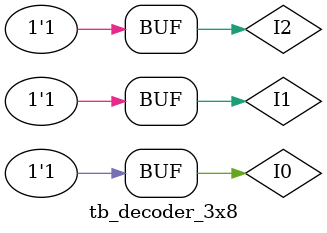
<source format=v>
module tb_decoder_3x8;
reg I2,I1,I0;
wire Z0,Z1,Z2,Z3,Z4,Z5,Z6,Z7;
decoder_3x8 a1(I2,I1,I0,Z0,Z1,Z2,Z3,Z4,Z5,Z6,Z7);
initial
begin 
I2 = 1'b0; I1 = 1'b0; I0 = 1'b0;
#10 
I2 = 1'b0; I1 = 1'b0; I0 = 1'b1;
#10 
I2 = 1'b0; I1 = 1'b1; I0 = 1'b0;
#10 
I2 = 1'b0; I1 = 1'b1; I0 = 1'b1;
#10 
I2 = 1'b1; I1 = 1'b0; I0 = 1'b0;
#10 
I2 = 1'b1; I1 = 1'b0; I0 = 1'b1;
#10
I2 = 1'b1; I1 = 1'b1; I0 = 1'b0;
#10 
I2 = 1'b1; I1 = 1'b1; I0 = 1'b1;
end
endmodule
</source>
